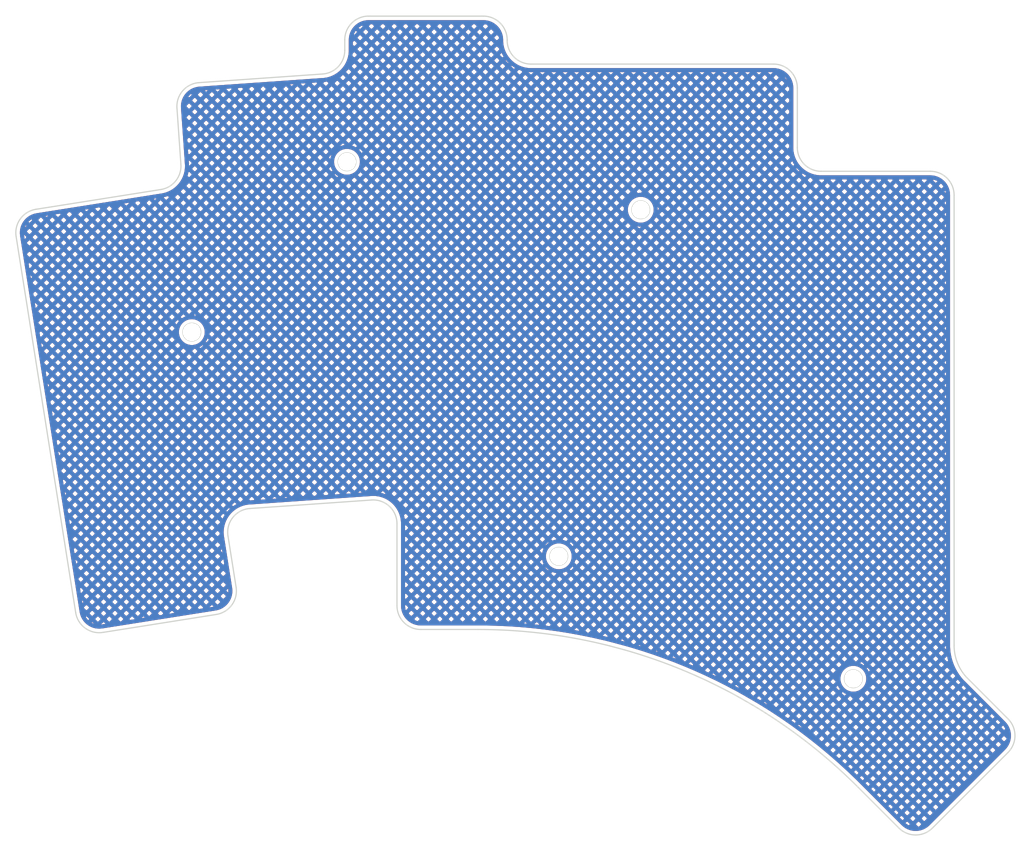
<source format=kicad_pcb>
(kicad_pcb (version 20241229) (generator "pcbnew") (generator_version "9.0")
  (title_block (title "back_plate_38") (date "2026-01-15") (rev "1") (company "Curtis Bollinger"))
  (layers (0 "F.Cu" signal) (2 "B.Cu" signal) (13 "F.Paste" user) (15 "B.Paste" user) (5 "F.SilkS" user "F.Silkscreen") (7 "B.SilkS" user "B.Silkscreen") (1 "F.Mask" user) (3 "B.Mask" user) (25 "Edge.Cuts" user))
  (net 0 "")
  (net 1 "GND")
  (footprint "ceoloide:mounting_hole_npth" (layer "F.Cu") (at 71.888239 61.765191 9)
    (property "Reference" "MH5" (hide yes))
    (property "Value" "")
    (pad "" np_thru_hole circle (at 0 0 9) (size 2.2 2.2) (drill 2.2) (layers "*.Cu" "*.Mask"))
  )
  (footprint "ceoloide:mounting_hole_npth" (layer "F.Cu") (at 91.139872 40.635966)
    (property "Reference" "MH1" (hide yes))
    (property "Value" "")
    (pad "" np_thru_hole circle (at 0 0) (size 2.2 2.2) (drill 2.2) (layers "*.Cu" "*.Mask"))
  )
  (footprint "ceoloide:mounting_hole_npth" (layer "F.Cu") (at 117.419872 89.585966)
    (property "Reference" "MH4" (hide yes))
    (property "Value" "")
    (pad "" np_thru_hole circle (at 0 0) (size 2.2 2.2) (drill 2.2) (layers "*.Cu" "*.Mask"))
  )
  (footprint "ceoloide:mounting_hole_npth" (layer "F.Cu") (at 153.966131 104.777683 -30)
    (property "Reference" "MH3" (hide yes))
    (property "Value" "")
    (pad "" np_thru_hole circle (at 0 0 330) (size 2.2 2.2) (drill 2.2) (layers "*.Cu" "*.Mask"))
  )
  (footprint "ceoloide:mounting_hole_npth" (layer "F.Cu") (at 127.589872 46.585966)
    (property "Reference" "MH2" (hide yes))
    (property "Value" "")
    (pad "" np_thru_hole circle (at 0 0) (size 2.2 2.2) (drill 2.2) (layers "*.Cu" "*.Mask"))
  )
  (gr_line (start 79.083561 83.653758) (end 94.18859 82.597511) (stroke (width 0.15)) (layer "Edge.Cuts"))
  (gr_arc (start 90.864372 26.798254) (mid 90.07188 28.810168) (end 88.120154 29.741068) (stroke (width 0.15)) (layer "Edge.Cuts"))
  (gr_arc (start 70.044786 33.962225) (mid 70.761189 31.821041) (end 72.781819 30.813629) (stroke (width 0.15)) (layer "Edge.Cuts"))
  (gr_line (start 166.464872 100.619079) (end 166.464872 44.760966) (stroke (width 0.15)) (layer "Edge.Cuts"))
  (gr_circle (center 117.419872 89.585966) (end 118.519872 89.585966) (stroke (width 0.15)) (fill no) (layer "Edge.Cuts"))
  (gr_line (start 52.541026 46.528675) (end 68.05226 44.071937) (stroke (width 0.15)) (layer "Edge.Cuts"))
  (gr_circle (center 127.589872 46.585966) (end 128.689872 46.585966) (stroke (width 0.15)) (fill no) (layer "Edge.Cuts"))
  (gr_arc (start 60.855675 99.025298) (mid 58.660227 98.498215) (end 57.480512 96.573099) (stroke (width 0.15)) (layer "Edge.Cuts"))
  (gr_arc (start 167.875679 104.447544) (mid 166.828809 102.659145) (end 166.464872 100.619079) (stroke (width 0.15)) (layer "Edge.Cuts"))
  (gr_arc (start 141.531574 108.078072) (mid 148.324368 112.724983) (end 154.492341 118.174012) (stroke (width 0.15)) (layer "Edge.Cuts"))
  (gr_arc (start 77.38342 93.420788) (mid 76.856355 95.616265) (end 74.931221 96.795951) (stroke (width 0.15)) (layer "Edge.Cuts"))
  (gr_line (start 50.088827 49.903838) (end 57.480512 96.573099) (stroke (width 0.15)) (layer "Edge.Cuts"))
  (gr_line (start 97.344372 85.540325) (end 97.344372 95.711466) (stroke (width 0.15)) (layer "Edge.Cuts"))
  (gr_line (start 72.781819 30.813629) (end 88.120154 29.741068) (stroke (width 0.15)) (layer "Edge.Cuts"))
  (gr_arc (start 125.562726 101.189418) (mid 132.879259 103.732609) (end 139.851136 107.107871) (stroke (width 0.15)) (layer "Edge.Cuts"))
  (gr_arc (start 163.514872 41.810966) (mid 165.600867 42.674989) (end 166.464872 44.760966) (stroke (width 0.15)) (layer "Edge.Cuts"))
  (gr_line (start 70.044786 33.962224) (end 70.533592 40.952475) (stroke (width 0.15)) (layer "Edge.Cuts"))
  (gr_arc (start 76.375662 87.058053) (mid 76.980663 84.760185) (end 79.083561 83.653758) (stroke (width 0.15)) (layer "Edge.Cuts"))
  (gr_arc (start 113.965372 28.510466) (mid 111.879437 27.646419) (end 111.015372 25.560466) (stroke (width 0.15)) (layer "Edge.Cuts"))
  (gr_line (start 139.851136 107.107871) (end 141.531574 108.078073) (stroke (width 0.15)) (layer "Edge.Cuts"))
  (gr_arc (start 100.294372 98.661466) (mid 98.208437 97.797419) (end 97.344372 95.711466) (stroke (width 0.15)) (layer "Edge.Cuts"))
  (gr_line (start 163.514872 41.810966) (end 149.965372 41.810966) (stroke (width 0.15)) (layer "Edge.Cuts"))
  (gr_line (start 100.294372 98.661466) (end 107.384887 98.661466) (stroke (width 0.15)) (layer "Edge.Cuts"))
  (gr_line (start 147.015372 38.860966) (end 147.015372 31.460466) (stroke (width 0.15)) (layer "Edge.Cuts"))
  (gr_arc (start 108.065372 22.560466) (mid 110.151367 23.424489) (end 111.015372 25.510466) (stroke (width 0.15)) (layer "Edge.Cuts"))
  (gr_line (start 123.688441 100.687205) (end 125.562726 101.189418) (stroke (width 0.15)) (layer "Edge.Cuts"))
  (gr_arc (start 149.965372 41.810966) (mid 147.879437 40.946919) (end 147.015372 38.860966) (stroke (width 0.15)) (layer "Edge.Cuts"))
  (gr_arc (start 173.157748 109.752029) (mid 174.019893 111.837439) (end 173.155854 113.922064) (stroke (width 0.15)) (layer "Edge.Cuts"))
  (gr_line (start 113.965372 28.510466) (end 144.065372 28.510466) (stroke (width 0.15)) (layer "Edge.Cuts"))
  (gr_line (start 163.784089 123.29383) (end 173.155854 113.922064) (stroke (width 0.15)) (layer "Edge.Cuts"))
  (gr_arc (start 163.784089 123.29383) (mid 161.698124 124.157865) (end 159.612159 123.29383) (stroke (width 0.15)) (layer "Edge.Cuts"))
  (gr_arc (start 107.384887 98.661466) (mid 115.599348 99.169839) (end 123.688441 100.687205) (stroke (width 0.15)) (layer "Edge.Cuts"))
  (gr_line (start 108.065372 22.560466) (end 93.814372 22.560466) (stroke (width 0.15)) (layer "Edge.Cuts"))
  (gr_circle (center 71.888239 61.765191) (end 72.988239 61.765191) (stroke (width 0.15)) (fill no) (layer "Edge.Cuts"))
  (gr_arc (start 70.533592 40.952475) (mid 69.899489 42.994695) (end 68.05226 44.071937) (stroke (width 0.15)) (layer "Edge.Cuts"))
  (gr_line (start 60.855675 99.025298) (end 74.931221 96.795951) (stroke (width 0.15)) (layer "Edge.Cuts"))
  (gr_circle (center 91.139872 40.635966) (end 92.239872 40.635966) (stroke (width 0.15)) (fill no) (layer "Edge.Cuts"))
  (gr_line (start 77.38342 93.420788) (end 76.375662 87.058053) (stroke (width 0.15)) (layer "Edge.Cuts"))
  (gr_arc (start 168.032417 104.617382) (mid 167.952384 104.533999) (end 167.875679 104.447544) (stroke (width 0.15)) (layer "Edge.Cuts"))
  (gr_circle (center 153.966131 104.777683) (end 155.066131 104.777683) (stroke (width 0.15)) (fill no) (layer "Edge.Cuts"))
  (gr_arc (start 90.864372 25.510466) (mid 91.728417 23.424513) (end 93.814372 22.560466) (stroke (width 0.15)) (layer "Edge.Cuts"))
  (gr_line (start 90.864372 26.798254) (end 90.864372 25.510466) (stroke (width 0.15)) (layer "Edge.Cuts"))
  (gr_arc (start 50.088827 49.903838) (mid 50.615928 47.708419) (end 52.541026 46.528675) (stroke (width 0.15)) (layer "Edge.Cuts"))
  (gr_line (start 154.492341 118.174012) (end 159.612159 123.29383) (stroke (width 0.15)) (layer "Edge.Cuts"))
  (gr_line (start 168.032417 104.617381) (end 173.157748 109.752029) (stroke (width 0.15)) (layer "Edge.Cuts"))
  (gr_line (start 111.015372 25.560466) (end 111.015372 25.510466) (stroke (width 0.15)) (layer "Edge.Cuts"))
  (gr_arc (start 94.18859 82.597511) (mid 96.406278 83.382822) (end 97.344372 85.540325) (stroke (width 0.15)) (layer "Edge.Cuts"))
  (gr_arc (start 144.065372 28.510466) (mid 146.151367 29.374489) (end 147.015372 31.460466) (stroke (width 0.15)) (layer "Edge.Cuts"))
  (zone (net 1) (net_name "GND") (layer "F.Cu") (connect_pads (clearance 0.2)) (min_thickness 0.2) (fill yes (mode hatch) (thermal_gap 0.254) (thermal_bridge_width 0.4) (smoothing fillet) (radius 0.5) (hatch_thickness 0.5) (hatch_gap 0.5) (hatch_orientation 45) (hatch_smoothing_level 1) (hatch_smoothing_value 0.1) (hatch_border_algorithm hatch_thickness) (hatch_min_hole_area 0.3))
    (polygon (pts (xy 48.088827 20.560466) (xy 175.157748 20.560466) (xy 175.157748 125.29383) (xy 48.088827 125.29383)))
  )
  (zone (net 1) (net_name "GND") (layer "B.Cu") (connect_pads (clearance 0.2)) (min_thickness 0.2) (fill yes (mode hatch) (thermal_gap 0.254) (thermal_bridge_width 0.4) (smoothing fillet) (radius 0.5) (hatch_thickness 0.5) (hatch_gap 0.5) (hatch_orientation 45) (hatch_smoothing_level 1) (hatch_smoothing_value 0.1) (hatch_border_algorithm hatch_thickness) (hatch_min_hole_area 0.3))
    (polygon (pts (xy 48.088827 20.560466) (xy 175.157748 20.560466) (xy 175.157748 125.29383) (xy 48.088827 125.29383)))
  )
)
</source>
